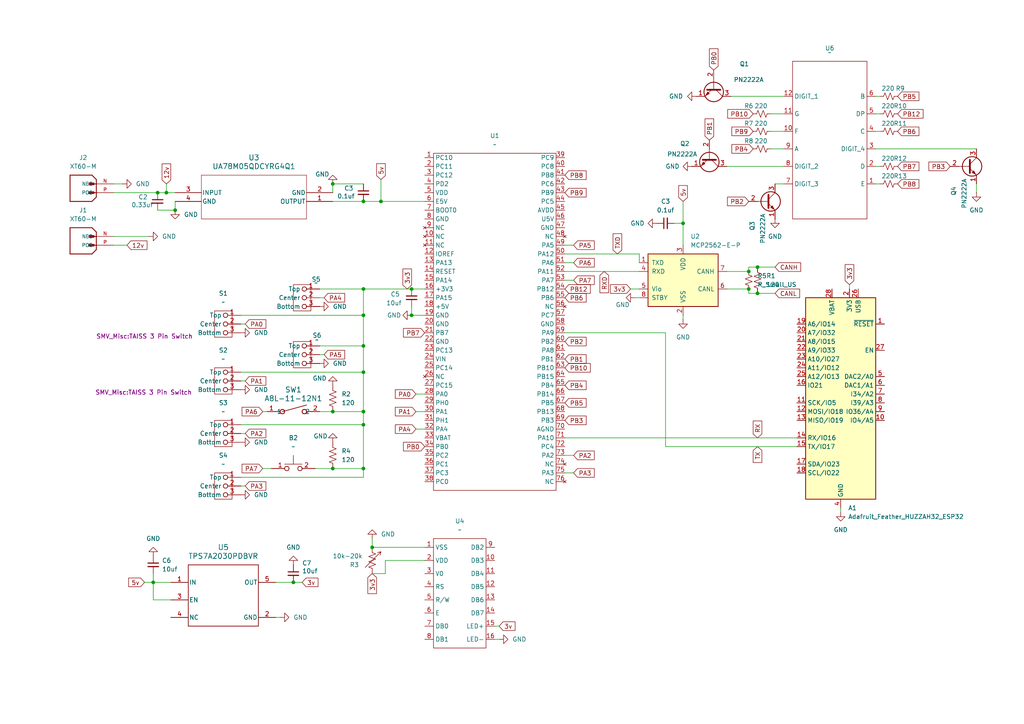
<source format=kicad_sch>
(kicad_sch (version 20250114) (generator "eeschema") (generator_version "9.0")
  (paper "A4")
  (lib_symbols
    (symbol "Device:C_Small" (pin_numbers (hide yes)) (pin_names (offset 0.254) (hide yes))
      (property "Reference" "C" (at 0.254 1.778 0))
      (property "Value" "C_Small" (at 0.254 -2.032 0))
      (symbol "C_Small_0_1"
        (polyline (pts (xy -1.524 0.508) (xy 1.524 0.508)) (stroke (width 0.3048)))
        (polyline (pts (xy -1.524 -0.508) (xy 1.524 -0.508)) (stroke (width 0.3302)))
      )
      (symbol "C_Small_1_1"
        (pin passive line (at 0 2.54 270) (length 2.032) (name "~") (number "1"))
        (pin passive line (at 0 -2.54 90) (length 2.032) (name "~") (number "2"))
      )
    )
    (symbol "Device:R_Small_US" (pin_numbers (hide yes)) (pin_names (offset 0.254) (hide yes))
      (property "Reference" "R" (at 0.762 0.508 0))
      (property "Value" "R_Small_US" (at 0.762 -1.016 0))
      (symbol "R_Small_US_1_1"
        (polyline (pts (xy 0 1.524) (xy 1.016 1.143) (xy 0 0.762) (xy -1.016 0.381) (xy 0 0)))
        (polyline (pts (xy 0 0) (xy 1.016 -0.381) (xy 0 -0.762) (xy -1.016 -1.143) (xy 0 -1.524)))
        (pin passive line (at 0 2.54 270) (length 1.016) (name "~") (number "1"))
        (pin passive line (at 0 -2.54 90) (length 1.016) (name "~") (number "2"))
      )
    )
    (symbol "Device:R_US" (pin_numbers (hide yes)) (pin_names (offset 0))
      (property "Reference" "R" (at 2.54 0 90))
      (property "Value" "R_US" (at -2.54 0 90))
      (symbol "R_US_0_1"
        (polyline (pts (xy 0 2.286) (xy 0 2.54)))
        (polyline (pts (xy 0 2.286) (xy 1.016 1.905) (xy 0 1.524) (xy -1.016 1.143) (xy 0 0.762)))
        (polyline (pts (xy 0 0.762) (xy 1.016 0.381) (xy 0 0) (xy -1.016 -0.381) (xy 0 -0.762)))
        (polyline (pts (xy 0 -0.762) (xy 1.016 -1.143) (xy 0 -1.524) (xy -1.016 -1.905) (xy 0 -2.286)))
        (polyline (pts (xy 0 -2.286) (xy 0 -2.54)))
      )
      (symbol "R_US_1_1"
        (pin passive line (at 0 3.81 270) (length 1.27) (name "~") (number "1"))
        (pin passive line (at 0 -3.81 90) (length 1.27) (name "~") (number "2"))
      )
    )
    (symbol "Device:R_Variable_US" (pin_numbers (hide yes)) (pin_names (offset 0))
      (property "Reference" "R" (at 2.54 -2.54 90))
      (property "Value" "R_Variable_US" (at -2.54 -1.27 90))
      (symbol "R_Variable_US_0_1"
        (polyline (pts (xy 0 2.286) (xy 0 2.54)))
        (polyline (pts (xy 0 2.286) (xy 1.016 1.905) (xy 0 1.524) (xy -1.016 1.143) (xy 0 0.762)) (stroke (width 0.1524)))
        (polyline (pts (xy 0 0.762) (xy 1.016 0.381) (xy 0 0) (xy -1.016 -0.381) (xy 0 -0.762)))
        (polyline (pts (xy 0 -0.762) (xy 1.016 -1.143) (xy 0 -1.524) (xy -1.016 -1.905) (xy 0 -2.286)))
        (polyline (pts (xy 0 -2.286) (xy 0 -2.54)))
        (polyline (pts (xy 2.286 1.524) (xy 2.54 2.54) (xy 1.524 2.286) (xy 2.54 2.54) (xy -2.032 -2.032)) (stroke (width 0.1524)))
      )
      (symbol "R_Variable_US_1_1"
        (pin passive line (at 0 3.81 270) (length 1.27) (name "~") (number "1"))
        (pin passive line (at 0 -3.81 90) (length 1.27) (name "~") (number "2"))
      )
    )
    (symbol "Interface_CAN_LIN:MCP2562-E-P" (pin_names (offset 1.016))
      (property "Reference" "U" (at -10.16 8.89 0))
      (property "Value" "MCP2562-E-P" (at 2.54 8.89 0))
      (symbol "MCP2562-E-P_0_1"
        (rectangle (start -10.16 7.62) (end 10.16 -7.62) (stroke (width 0.254)) (fill (type background)))
      )
      (symbol "MCP2562-E-P_1_1"
        (pin input line (at -12.7 5.08 0) (length 2.54) (name "TXD") (number "1"))
        (pin output line (at -12.7 2.54 0) (length 2.54) (name "RXD") (number "4"))
        (pin power_in line (at -12.7 -2.54 0) (length 2.54) (name "Vio") (number "5"))
        (pin input line (at -12.7 -5.08 0) (length 2.54) (name "STBY") (number "8"))
        (pin power_in line (at 0 10.16 270) (length 2.54) (name "VDD") (number "3"))
        (pin power_in line (at 0 -10.16 90) (length 2.54) (name "VSS") (number "2"))
        (pin bidirectional line (at 12.7 2.54 180) (length 2.54) (name "CANH") (number "7"))
        (pin bidirectional line (at 12.7 -2.54 180) (length 2.54) (name "CANL") (number "6"))
      )
    )
    (symbol "MCU_Module:Adafruit_Feather_HUZZAH32_ESP32"
      (property "Reference" "A" (at -10.16 29.21 0))
      (property "Value" "Adafruit_Feather_HUZZAH32_ESP32" (at 2.54 -31.75 0))
      (symbol "Adafruit_Feather_HUZZAH32_ESP32_0_1"
        (rectangle (start -10.16 27.94) (end 10.16 -30.48) (stroke (width 0.254)) (fill (type background)))
      )
      (symbol "Adafruit_Feather_HUZZAH32_ESP32_1_1"
        (pin bidirectional line (at -12.7 20.32 0) (length 2.54) (name "A6/IO14") (number "19"))
        (pin bidirectional line (at -12.7 17.78 0) (length 2.54) (name "A7/IO32") (number "20"))
        (pin bidirectional line (at -12.7 15.24 0) (length 2.54) (name "A8/IO15") (number "21"))
        (pin bidirectional line (at -12.7 12.7 0) (length 2.54) (name "A9/IO33") (number "22"))
        (pin bidirectional line (at -12.7 10.16 0) (length 2.54) (name "A10/IO27") (number "23"))
        (pin bidirectional line (at -12.7 7.62 0) (length 2.54) (name "A11/IO12") (number "24"))
        (pin bidirectional line (at -12.7 5.08 0) (length 2.54) (name "A12/IO13") (number "25"))
        (pin bidirectional line (at -12.7 2.54 0) (length 2.54) (name "IO21") (number "16"))
        (pin bidirectional line (at -12.7 -2.54 0) (length 2.54) (name "SCK/IO5") (number "11"))
        (pin bidirectional line (at -12.7 -5.08 0) (length 2.54) (name "MOSI/IO18") (number "12"))
        (pin bidirectional line (at -12.7 -7.62 0) (length 2.54) (name "MISO/IO19") (number "13"))
        (pin bidirectional line (at -12.7 -12.7 0) (length 2.54) (name "RX/IO16") (number "14"))
        (pin bidirectional line (at -12.7 -15.24 0) (length 2.54) (name "TX/IO17") (number "15"))
        (pin bidirectional line (at -12.7 -20.32 0) (length 2.54) (name "SDA/IO23") (number "17"))
        (pin bidirectional line (at -12.7 -22.86 0) (length 2.54) (name "SCL/IO22") (number "18"))
        (pin power_in line (at -2.54 30.48 270) (length 2.54) (name "VBAT") (number "28"))
        (pin power_in line (at 0 -33.02 90) (length 2.54) (name "GND") (number "4"))
        (pin power_in line (at 2.54 30.48 270) (length 2.54) (name "3V3") (number "2"))
        (pin power_in line (at 5.08 30.48 270) (length 2.54) (name "USB") (number "26"))
        (pin no_connect line (at 10.16 10.16 180) (length 2.54) (hide yes) (name "NC") (number "3"))
        (pin input line (at 12.7 20.32 180) (length 2.54) (name "~{RESET}") (number "1"))
        (pin input line (at 12.7 12.7 180) (length 2.54) (name "EN") (number "27"))
        (pin bidirectional line (at 12.7 5.08 180) (length 2.54) (name "DAC2/A0") (number "5"))
        (pin bidirectional line (at 12.7 2.54 180) (length 2.54) (name "DAC1/A1") (number "6"))
        (pin bidirectional line (at 12.7 0 180) (length 2.54) (name "I34/A2") (number "7"))
        (pin bidirectional line (at 12.7 -2.54 180) (length 2.54) (name "I39/A3") (number "8"))
        (pin bidirectional line (at 12.7 -5.08 180) (length 2.54) (name "IO36/A4") (number "9"))
        (pin bidirectional line (at 12.7 -7.62 180) (length 2.54) (name "IO4/A5") (number "10"))
      )
    )
    (symbol "SMV_Custom:A8L-11-12N1" (pin_names (offset 0.254))
      (property "Reference" "SW" (at 7.62 3.81 0))
      (property "Value" "A8L-11-12N1" (at 0 0 0))
      (symbol "A8L-11-12N1_0_1"
        (polyline (pts (xy 2.54 0) (xy 3.81 0)) (stroke (width 0.2032)))
        (polyline (pts (xy 4.445 0) (xy 11.43 1.905)) (stroke (width 0.2032)))
        (circle (center 4.445 0) (radius 0.635) (stroke (width 0.254)))
        (circle (center 10.795 0) (radius 0.635) (stroke (width 0.254)))
        (polyline (pts (xy 12.7 0) (xy 11.43 0)) (stroke (width 0.2032)))
        (pin passive line (at 0 0 0) (length 2.54) (name "1") (number "1"))
      )
      (symbol "A8L-11-12N1_1_1"
        (pin passive line (at 15.24 0 180) (length 2.54) (name "2") (number "2"))
      )
    )
    (symbol "SMV_Custom:NHD-0420AZ-FSW-GBW-33V3"
      (property "Reference" "U" (at 0 0 0))
      (symbol "NHD-0420AZ-FSW-GBW-33V3_0_1"
        (rectangle (start -7.62 -1.27) (end 7.62 -33.02))
      )
      (symbol "NHD-0420AZ-FSW-GBW-33V3_1_1"
        (pin input line (at -10.16 -3.81 0) (length 2.54) (name "VSS") (number "1"))
        (pin input line (at -10.16 -7.62 0) (length 2.54) (name "VDD") (number "2"))
        (pin input line (at -10.16 -11.43 0) (length 2.54) (name "V0") (number "3"))
        (pin input line (at -10.16 -15.24 0) (length 2.54) (name "RS") (number "4"))
        (pin input line (at -10.16 -19.05 0) (length 2.54) (name "R/W") (number "5"))
        (pin input line (at -10.16 -22.86 0) (length 2.54) (name "E") (number "6"))
        (pin input line (at -10.16 -26.67 0) (length 2.54) (name "DB0") (number "7"))
        (pin input line (at -10.16 -30.48 0) (length 2.54) (name "DB1") (number "8"))
        (pin input line (at 10.16 -3.81 180) (length 2.54) (name "DB2") (number "9"))
        (pin input line (at 10.16 -7.62 180) (length 2.54) (name "DB3") (number "10"))
        (pin input line (at 10.16 -11.43 180) (length 2.54) (name "DB4") (number "11"))
        (pin input line (at 10.16 -15.24 180) (length 2.54) (name "DB5") (number "12"))
        (pin input line (at 10.16 -19.05 180) (length 2.54) (name "DB6") (number "13"))
        (pin input line (at 10.16 -22.86 180) (length 2.54) (name "DB7") (number "14"))
        (pin input line (at 10.16 -26.67 180) (length 2.54) (name "LED+") (number "15"))
        (pin input line (at 10.16 -30.48 180) (length 2.54) (name "LED-") (number "16"))
      )
    )
    (symbol "SMV_Custom:STM32_Nucleo_F446RE"
      (property "Reference" "U" (at 0 0 0))
      (symbol "STM32_Nucleo_F446RE_0_1"
        (rectangle (start -17.78 -1.27) (end 17.78 -99.06))
      )
      (symbol "STM32_Nucleo_F446RE_1_1"
        (pin bidirectional line (at -20.32 -2.54 0) (length 2.54) (name "PC10") (number "1"))
        (pin bidirectional line (at -20.32 -5.08 0) (length 2.54) (name "PC11") (number "2"))
        (pin bidirectional line (at -20.32 -7.62 0) (length 2.54) (name "PC12") (number "3"))
        (pin bidirectional line (at -20.32 -10.16 0) (length 2.54) (name "PD2") (number "4"))
        (pin power_in line (at -20.32 -12.7 0) (length 2.54) (name "VDD") (number "5"))
        (pin power_in line (at -20.32 -15.24 0) (length 2.54) (name "E5V") (number "6"))
        (pin input line (at -20.32 -17.78 0) (length 2.54) (name "BOOT0") (number "7"))
        (pin power_in line (at -20.32 -20.32 0) (length 2.54) (name "GND") (number "8"))
        (pin no_connect line (at -20.32 -22.86 0) (length 2.54) (name "NC") (number "9"))
        (pin no_connect line (at -20.32 -25.4 0) (length 2.54) (name "NC") (number "10"))
        (pin no_connect line (at -20.32 -27.94 0) (length 2.54) (name "NC") (number "11"))
        (pin input line (at -20.32 -30.48 0) (length 2.54) (name "IOREF") (number "12"))
        (pin bidirectional line (at -20.32 -33.02 0) (length 2.54) (name "PA13") (number "13"))
        (pin input line (at -20.32 -35.56 0) (length 2.54) (name "RESET") (number "14"))
        (pin bidirectional line (at -20.32 -38.1 0) (length 2.54) (name "PA14") (number "15"))
        (pin power_in line (at -20.32 -40.64 0) (length 2.54) (name "+3V3") (number "16"))
        (pin bidirectional line (at -20.32 -43.18 0) (length 2.54) (name "PA15") (number "17"))
        (pin power_in line (at -20.32 -45.72 0) (length 2.54) (name "+5V") (number "18"))
        (pin power_in line (at -20.32 -48.26 0) (length 2.54) (name "GND") (number "19"))
        (pin power_in line (at -20.32 -50.8 0) (length 2.54) (name "GND") (number "20"))
        (pin bidirectional line (at -20.32 -53.34 0) (length 2.54) (name "PB7") (number "21"))
        (pin power_in line (at -20.32 -55.88 0) (length 2.54) (name "GND") (number "22"))
        (pin bidirectional line (at -20.32 -58.42 0) (length 2.54) (name "PC13") (number "23"))
        (pin power_in line (at -20.32 -60.96 0) (length 2.54) (name "VIN") (number "24"))
        (pin bidirectional line (at -20.32 -63.5 0) (length 2.54) (name "PC14") (number "25"))
        (pin no_connect line (at -20.32 -66.04 0) (length 2.54) (name "NC") (number "26"))
        (pin bidirectional line (at -20.32 -68.58 0) (length 2.54) (name "PC15") (number "27"))
        (pin bidirectional line (at -20.32 -71.12 0) (length 2.54) (name "PA0") (number "28"))
        (pin bidirectional line (at -20.32 -73.66 0) (length 2.54) (name "PH0") (number "29"))
        (pin bidirectional line (at -20.32 -76.2 0) (length 2.54) (name "PA1") (number "30"))
        (pin bidirectional line (at -20.32 -78.74 0) (length 2.54) (name "PH1") (number "31"))
        (pin bidirectional line (at -20.32 -81.28 0) (length 2.54) (name "PA4") (number "32"))
        (pin power_in line (at -20.32 -83.82 0) (length 2.54) (name "VBAT") (number "33"))
        (pin bidirectional line (at -20.32 -86.36 0) (length 2.54) (name "PB0") (number "34"))
        (pin bidirectional line (at -20.32 -88.9 0) (length 2.54) (name "PC2") (number "35"))
        (pin bidirectional line (at -20.32 -91.44 0) (length 2.54) (name "PC1") (number "36"))
        (pin bidirectional line (at -20.32 -93.98 0) (length 2.54) (name "PC3") (number "37"))
        (pin bidirectional line (at -20.32 -96.52 0) (length 2.54) (name "PC0") (number "38"))
        (pin bidirectional line (at 20.32 -2.54 180) (length 2.54) (name "PC9") (number "39"))
        (pin bidirectional line (at 20.32 -5.08 180) (length 2.54) (name "PC8") (number "40"))
        (pin bidirectional line (at 20.32 -7.62 180) (length 2.54) (name "PB8") (number "41"))
        (pin bidirectional line (at 20.32 -10.16 180) (length 2.54) (name "PC6") (number "42"))
        (pin bidirectional line (at 20.32 -12.7 180) (length 2.54) (name "PB9") (number "43"))
        (pin bidirectional line (at 20.32 -15.24 180) (length 2.54) (name "PC5") (number "44"))
        (pin power_in line (at 20.32 -17.78 180) (length 2.54) (name "AVDD") (number "45"))
        (pin power_in line (at 20.32 -20.32 180) (length 2.54) (name "U5V") (number "46"))
        (pin power_in line (at 20.32 -22.86 180) (length 2.54) (name "GND") (number "47"))
        (pin no_connect line (at 20.32 -25.4 180) (length 2.54) (name "NC") (number "48"))
        (pin bidirectional line (at 20.32 -27.94 180) (length 2.54) (name "PA5") (number "49"))
        (pin bidirectional line (at 20.32 -30.48 180) (length 2.54) (name "PA12") (number "50"))
        (pin bidirectional line (at 20.32 -33.02 180) (length 2.54) (name "PA6") (number "51"))
        (pin bidirectional line (at 20.32 -35.56 180) (length 2.54) (name "PA11") (number "52"))
        (pin bidirectional line (at 20.32 -38.1 180) (length 2.54) (name "PA7") (number "53"))
        (pin bidirectional line (at 20.32 -40.64 180) (length 2.54) (name "PB12") (number "54"))
        (pin bidirectional line (at 20.32 -43.18 180) (length 2.54) (name "PB6") (number "55"))
        (pin no_connect line (at 20.32 -45.72 180) (length 2.54) (name "NC") (number "56"))
        (pin bidirectional line (at 20.32 -48.26 180) (length 2.54) (name "PC7") (number "57"))
        (pin power_in line (at 20.32 -50.8 180) (length 2.54) (name "GND") (number "58"))
        (pin bidirectional line (at 20.32 -53.34 180) (length 2.54) (name "PA9") (number "59"))
        (pin bidirectional line (at 20.32 -55.88 180) (length 2.54) (name "PB2") (number "60"))
        (pin bidirectional line (at 20.32 -58.42 180) (length 2.54) (name "PA8") (number "61"))
        (pin bidirectional line (at 20.32 -60.96 180) (length 2.54) (name "PB1") (number "62"))
        (pin bidirectional line (at 20.32 -63.5 180) (length 2.54) (name "PB10") (number "63"))
        (pin bidirectional line (at 20.32 -66.04 180) (length 2.54) (name "PB15") (number "64"))
        (pin bidirectional line (at 20.32 -68.58 180) (length 2.54) (name "PB4") (number "65"))
        (pin bidirectional line (at 20.32 -71.12 180) (length 2.54) (name "PB14") (number "66"))
        (pin bidirectional line (at 20.32 -73.66 180) (length 2.54) (name "PB5") (number "67"))
        (pin bidirectional line (at 20.32 -76.2 180) (length 2.54) (name "PB13") (number "68"))
        (pin bidirectional line (at 20.32 -78.74 180) (length 2.54) (name "PB3") (number "69"))
        (pin power_in line (at 20.32 -81.28 180) (length 2.54) (name "AGND") (number "70"))
        (pin bidirectional line (at 20.32 -83.82 180) (length 2.54) (name "PA10") (number "71"))
        (pin bidirectional line (at 20.32 -86.36 180) (length 2.54) (name "PC4") (number "72"))
        (pin bidirectional line (at 20.32 -88.9 180) (length 2.54) (name "PA2") (number "73"))
        (pin no_connect line (at 20.32 -91.44 180) (length 2.54) (name "NC") (number "74"))
        (pin bidirectional line (at 20.32 -93.98 180) (length 2.54) (name "PA3") (number "75"))
        (pin no_connect line (at 20.32 -96.52 180) (length 2.54) (name "NC") (number "76"))
      )
    )
    (symbol "SMV_Custom:Seven_Seg_Display"
      (property "Reference" "U" (at 0 9.398 0))
      (symbol "Seven_Seg_Display_0_1"
        (rectangle (start -22.86 0) (end 22.86 -21.59))
      )
      (symbol "Seven_Seg_Display_1_1"
        (pin input line (at -12.7 2.54 270) (length 2.54) (name "DIGIT_3") (number "7"))
        (pin input line (at -12.7 -24.13 90) (length 2.54) (name "E") (number "1"))
        (pin input line (at -7.62 2.54 270) (length 2.54) (name "DIGIT_2") (number "8"))
        (pin input line (at -7.62 -24.13 90) (length 2.54) (name "D") (number "2"))
        (pin input line (at -2.54 2.54 270) (length 2.54) (name "A") (number "9"))
        (pin input line (at -2.54 -24.13 90) (length 2.54) (name "DIGIT_4") (number "3"))
        (pin input line (at 2.54 2.54 270) (length 2.54) (name "F") (number "10"))
        (pin input line (at 2.54 -24.13 90) (length 2.54) (name "C") (number "4"))
        (pin input line (at 7.62 2.54 270) (length 2.54) (name "G") (number "11"))
        (pin input line (at 7.62 -24.13 90) (length 2.54) (name "DP") (number "5"))
        (pin input line (at 12.7 2.54 270) (length 2.54) (name "DIGIT_1") (number "12"))
        (pin input line (at 12.7 -24.13 90) (length 2.54) (name "B") (number "6"))
      )
    )
    (symbol "SMV_Custom:TAISS_3_Pin_Switch"
      (property "Reference" "S" (at 0 6.096 0))
      (symbol "TAISS_3_Pin_Switch_0_1"
        (rectangle (start -2.54 5.08) (end 2.54 -2.54))
      )
      (symbol "TAISS_3_Pin_Switch_1_0"
        (pin passive inverted (at 5.08 3.81 180) (length 5.08) (name "Top") (number "1"))
        (pin passive inverted (at 5.08 1.27 180) (length 5.08) (name "Center") (number "2"))
        (pin passive inverted (at 5.08 -1.27 180) (length 5.08) (name "Bottom") (number "3"))
      )
    )
    (symbol "SMV_Custom:TPS7A2030PDBVR" (pin_names (offset 0.254))
      (property "Reference" "U" (at 15.748 8.382 0))
      (property "Value" "TPS7A2030PDBVR" (at 4.318 8.382 0))
      (symbol "TPS7A2030PDBVR_0_1"
        (polyline (pts (xy 5.08 5.08) (xy 5.08 -12.7)) (stroke (width 0.2032)))
        (polyline (pts (xy 5.08 -12.7) (xy 25.4 -12.7)) (stroke (width 0.2032)))
        (polyline (pts (xy 25.4 5.08) (xy 5.08 5.08)) (stroke (width 0.2032)))
        (polyline (pts (xy 25.4 -12.7) (xy 25.4 5.08)) (stroke (width 0.2032)))
        (pin power_in line (at 0 0 0) (length 5.08) (name "IN") (number "1"))
        (pin input line (at 0 -5.08 0) (length 5.08) (name "EN") (number "3"))
        (pin unspecified line (at 0 -10.16 0) (length 5.08) (name "NC") (number "4"))
        (pin unspecified line (at 30.48 0 180) (length 5.08) (name "OUT") (number "5"))
        (pin power_in line (at 30.48 -10.16 180) (length 5.08) (name "GND") (number "2"))
      )
    )
    (symbol "SMV_Custom:Twidec_Button"
      (property "Reference" "B" (at 0 3.556 0))
      (symbol "Twidec_Button_0_1"
        (polyline (pts (xy -2.54 -1.27) (xy 2.54 -1.27)))
        (polyline (pts (xy 0 0) (xy 0 1.27)))
        (polyline (pts (xy 0 -1.27) (xy 0 0)))
      )
      (symbol "Twidec_Button_1_0"
        (pin passive inverted (at -6.35 -2.54 0) (length 5.08) (name "1") (number "1"))
        (pin passive inverted (at 6.35 -2.54 180) (length 5.08) (name "2") (number "2"))
      )
    )
    (symbol "SMV_Custom:UA78M05QDCYRG4Q1" (pin_names (offset 0.254))
      (property "Reference" "U" (at 22.86 10.16 0))
      (property "Value" "UA78M05QDCYRG4Q1" (at 24.13 7.62 0))
      (symbol "UA78M05QDCYRG4Q1_0_1"
        (polyline (pts (xy 7.62 5.08) (xy 7.62 -7.62)) (stroke (width 0.127)))
        (polyline (pts (xy 7.62 -7.62) (xy 38.1 -7.62)) (stroke (width 0.127)))
        (polyline (pts (xy 38.1 5.08) (xy 7.62 5.08)) (stroke (width 0.127)))
        (polyline (pts (xy 38.1 -7.62) (xy 38.1 5.08)) (stroke (width 0.127)))
        (pin output line (at 0 0 0) (length 7.62) (name "OUTPUT") (number "1"))
        (pin unspecified line (at 0 -2.54 0) (length 7.62) (name "GND") (number "2"))
        (pin input line (at 45.72 -2.54 180) (length 7.62) (name "INPUT") (number "3"))
      )
      (symbol "UA78M05QDCYRG4Q1_1_1"
        (pin unspecified line (at 45.72 0 180) (length 7.62) (name "GND") (number "4"))
      )
    )
    (symbol "SMV_Custom:XT60-M" (pin_names (offset 1.016))
      (property "Reference" "J" (at 0 6.35 0))
      (property "Value" "XT60-M" (at 0 -5.08 0))
      (symbol "XT60-M_0_0"
        (polyline (pts (xy 0 3.81) (xy 0 2.54)) (stroke (width 0.254)))
        (polyline (pts (xy 0 3.81) (xy 1.27 5.08)) (stroke (width 0.254)))
        (polyline (pts (xy 0 2.54) (xy 0 -1.27)) (stroke (width 0.254)))
        (polyline (pts (xy 0 2.54) (xy 1.905 2.54)) (stroke (width 0.254)))
        (polyline (pts (xy 0 0) (xy 1.905 0)) (stroke (width 0.254)))
        (polyline (pts (xy 0 -1.27) (xy 1.27 -2.54)) (stroke (width 0.254)))
        (rectangle (start 0.635 2.2225) (end 2.2225 2.8575) (stroke (width 0.1)) (fill (type outline)))
        (rectangle (start 0.635 -0.3175) (end 2.2225 0.3175) (stroke (width 0.1)) (fill (type outline)))
        (polyline (pts (xy 1.27 -2.54) (xy 7.62 -2.54)) (stroke (width 0.254)))
        (polyline (pts (xy 7.62 5.08) (xy 1.27 5.08)) (stroke (width 0.254)))
        (polyline (pts (xy 7.62 -2.54) (xy 7.62 5.08)) (stroke (width 0.254)))
        (pin passive line (at -5.08 2.54 0) (length 5.08) (name "POS") (number "P"))
        (pin passive line (at -5.08 0 0) (length 5.08) (name "NEG") (number "N"))
      )
    )
    (symbol "Transistor_BJT:PN2222A" (pin_names (offset 0) (hide yes))
      (property "Reference" "Q" (at 5.08 1.905 0))
      (property "Value" "PN2222A" (at 5.08 0 0))
      (symbol "PN2222A_0_1"
        (polyline (pts (xy -2.54 0) (xy 0.635 0)))
        (polyline (pts (xy 0.635 1.905) (xy 0.635 -1.905)) (stroke (width 0.508)))
        (circle (center 1.27 0) (radius 2.8194) (stroke (width 0.254)))
      )
      (symbol "PN2222A_1_1"
        (polyline (pts (xy 0.635 0.635) (xy 2.54 2.54)))
        (polyline (pts (xy 0.635 -0.635) (xy 2.54 -2.54)))
        (polyline (pts (xy 1.27 -1.778) (xy 1.778 -1.27) (xy 2.286 -2.286) (xy 1.27 -1.778)) (fill (type outline)))
        (pin input line (at -5.08 0 0) (length 2.54) (name "B") (number "2"))
        (pin passive line (at 2.54 5.08 270) (length 2.54) (name "C") (number "3"))
        (pin passive line (at 2.54 -5.08 90) (length 2.54) (name "E") (number "1"))
      )
    )
    (symbol "power:GND" (power) (pin_numbers (hide yes)) (pin_names (offset 0) (hide yes))
      (property "Value" "GND" (at 0 -3.81 0))
      (symbol "GND_0_1"
        (polyline (pts (xy 0 0) (xy 0 -1.27) (xy 1.27 -1.27) (xy 0 -2.54) (xy -1.27 -1.27) (xy 0 -1.27)))
      )
      (symbol "GND_1_1"
        (pin power_in line (at 0 0 270) (length 0) (name "~") (number "1"))
      )
    )
  )
  (junction (at 96.52 119.38))
  (junction (at 198.12 64.77))
  (junction (at 96.52 53.34))
  (junction (at 105.41 58.42))
  (junction (at 219.71 77.47))
  (junction (at 45.72 55.88))
  (junction (at 107.95 158.75))
  (junction (at 105.41 83.82))
  (junction (at 44.45 168.91))
  (junction (at 85.09 168.91))
  (junction (at 105.41 107.95))
  (junction (at 219.71 85.09))
  (junction (at 50.8 60.96))
  (junction (at 105.41 123.19))
  (junction (at 105.41 119.38))
  (junction (at 119.38 83.82))
  (junction (at 217.17 83.82))
  (junction (at 105.41 100.33))
  (junction (at 105.41 91.44))
  (junction (at 119.38 91.44))
  (junction (at 105.41 135.89))
  (junction (at 48.26 55.88))
  (junction (at 110.49 58.42))
  (junction (at 217.17 78.74))
  (junction (at 96.52 135.89))
  (wire (pts (xy 217.17 78.74) (xy 210.82 78.74)))
  (wire (pts (xy 96.52 119.38) (xy 105.41 119.38)))
  (wire (pts (xy 219.71 85.09) (xy 224.79 85.09)))
  (wire (pts (xy 219.71 77.47) (xy 224.79 77.47)))
  (wire (pts (xy 96.52 135.89) (xy 105.41 135.89)))
  (wire (pts (xy 210.82 48.26) (xy 227.33 48.26)))
  (wire (pts (xy 120.65 124.46) (xy 123.19 124.46)))
  (wire (pts (xy 163.83 127) (xy 231.14 127)))
  (wire (pts (xy 105.41 83.82) (xy 105.41 91.44)))
  (wire (pts (xy 193.04 129.54) (xy 231.14 129.54)))
  (wire (pts (xy 71.12 125.73) (xy 69.85 125.73)))
  (wire (pts (xy 217.17 85.09) (xy 217.17 83.82)))
  (wire (pts (xy 163.83 78.74) (xy 185.42 78.74)))
  (wire (pts (xy 120.65 114.3) (xy 123.19 114.3)))
  (wire (pts (xy 69.85 91.44) (xy 105.41 91.44)))
  (wire (pts (xy 254 27.94) (xy 255.27 27.94)))
  (wire (pts (xy 243.84 148.59) (xy 243.84 147.32)))
  (wire (pts (xy 33.02 55.88) (xy 45.72 55.88)))
  (wire (pts (xy 166.37 71.12) (xy 163.83 71.12)))
  (wire (pts (xy 48.26 53.34) (xy 48.26 55.88)))
  (wire (pts (xy 163.83 96.52) (xy 193.04 96.52)))
  (wire (pts (xy 105.41 58.42) (xy 110.49 58.42)))
  (wire (pts (xy 96.52 53.34) (xy 105.41 53.34)))
  (wire (pts (xy 254 38.1) (xy 255.27 38.1)))
  (wire (pts (xy 96.52 53.34) (xy 96.52 55.88)))
  (wire (pts (xy 105.41 91.44) (xy 105.41 100.33)))
  (wire (pts (xy 283.21 53.34) (xy 283.21 55.88)))
  (wire (pts (xy 195.58 64.77) (xy 198.12 64.77)))
  (wire (pts (xy 166.37 132.08) (xy 163.83 132.08)))
  (wire (pts (xy 217.17 85.09) (xy 219.71 85.09)))
  (wire (pts (xy 85.09 168.91) (xy 80.01 168.91)))
  (wire (pts (xy 44.45 168.91) (xy 44.45 173.99)))
  (wire (pts (xy 198.12 58.42) (xy 198.12 64.77)))
  (wire (pts (xy 71.12 140.97) (xy 69.85 140.97)))
  (wire (pts (xy 93.98 102.87) (xy 92.71 102.87)))
  (wire (pts (xy 163.83 73.66) (xy 185.42 73.66)))
  (wire (pts (xy 111.76 162.56) (xy 123.19 162.56)))
  (wire (pts (xy 110.49 52.07) (xy 110.49 58.42)))
  (wire (pts (xy 69.85 123.19) (xy 105.41 123.19)))
  (wire (pts (xy 198.12 64.77) (xy 198.12 71.12)))
  (wire (pts (xy 217.17 77.47) (xy 219.71 77.47)))
  (wire (pts (xy 69.85 107.95) (xy 105.41 107.95)))
  (wire (pts (xy 76.2 119.38) (xy 77.47 119.38)))
  (wire (pts (xy 182.88 83.82) (xy 185.42 83.82)))
  (wire (pts (xy 44.45 173.99) (xy 49.53 173.99)))
  (wire (pts (xy 91.44 135.89) (xy 96.52 135.89)))
  (wire (pts (xy 217.17 83.82) (xy 210.82 83.82)))
  (wire (pts (xy 166.37 81.28) (xy 163.83 81.28)))
  (wire (pts (xy 105.41 83.82) (xy 119.38 83.82)))
  (wire (pts (xy 105.41 135.89) (xy 105.41 138.43)))
  (wire (pts (xy 107.95 166.37) (xy 111.76 166.37)))
  (wire (pts (xy 198.12 92.71) (xy 198.12 91.44)))
  (wire (pts (xy 105.41 123.19) (xy 105.41 135.89)))
  (wire (pts (xy 107.95 156.21) (xy 107.95 158.75)))
  (wire (pts (xy 119.38 83.82) (xy 123.19 83.82)))
  (wire (pts (xy 185.42 73.66) (xy 185.42 76.2)))
  (wire (pts (xy 223.52 33.02) (xy 227.33 33.02)))
  (wire (pts (xy 71.12 93.98) (xy 69.85 93.98)))
  (wire (pts (xy 119.38 91.44) (xy 119.38 88.9)))
  (wire (pts (xy 41.91 168.91) (xy 44.45 168.91)))
  (wire (pts (xy 44.45 166.37) (xy 44.45 168.91)))
  (wire (pts (xy 223.52 38.1) (xy 227.33 38.1)))
  (wire (pts (xy 166.37 76.2) (xy 163.83 76.2)))
  (wire (pts (xy 93.98 86.36) (xy 92.71 86.36)))
  (wire (pts (xy 81.28 179.07) (xy 80.01 179.07)))
  (wire (pts (xy 224.79 53.34) (xy 227.33 53.34)))
  (wire (pts (xy 184.15 86.36) (xy 185.42 86.36)))
  (wire (pts (xy 92.71 119.38) (xy 96.52 119.38)))
  (wire (pts (xy 105.41 107.95) (xy 105.41 119.38)))
  (wire (pts (xy 144.78 185.42) (xy 143.51 185.42)))
  (wire (pts (xy 76.2 135.89) (xy 78.74 135.89)))
  (wire (pts (xy 110.49 58.42) (xy 123.19 58.42)))
  (wire (pts (xy 217.17 77.47) (xy 217.17 78.74)))
  (wire (pts (xy 254 33.02) (xy 255.27 33.02)))
  (wire (pts (xy 45.72 60.96) (xy 50.8 60.96)))
  (wire (pts (xy 107.95 158.75) (xy 123.19 158.75)))
  (wire (pts (xy 50.8 58.42) (xy 50.8 60.96)))
  (wire (pts (xy 71.12 110.49) (xy 69.85 110.49)))
  (wire (pts (xy 43.18 68.58) (xy 33.02 68.58)))
  (wire (pts (xy 144.78 181.61) (xy 143.51 181.61)))
  (wire (pts (xy 92.71 100.33) (xy 105.41 100.33)))
  (wire (pts (xy 223.52 43.18) (xy 227.33 43.18)))
  (wire (pts (xy 120.65 119.38) (xy 123.19 119.38)))
  (wire (pts (xy 246.38 82.55) (xy 246.38 83.82)))
  (wire (pts (xy 92.71 83.82) (xy 105.41 83.82)))
  (wire (pts (xy 96.52 58.42) (xy 105.41 58.42)))
  (wire (pts (xy 166.37 137.16) (xy 163.83 137.16)))
  (wire (pts (xy 254 43.18) (xy 283.21 43.18)))
  (wire (pts (xy 69.85 138.43) (xy 105.41 138.43)))
  (wire (pts (xy 49.53 168.91) (xy 44.45 168.91)))
  (wire (pts (xy 105.41 119.38) (xy 105.41 123.19)))
  (wire (pts (xy 87.63 168.91) (xy 85.09 168.91)))
  (wire (pts (xy 48.26 55.88) (xy 50.8 55.88)))
  (wire (pts (xy 105.41 100.33) (xy 105.41 107.95)))
  (wire (pts (xy 254 48.26) (xy 255.27 48.26)))
  (wire (pts (xy 254 53.34) (xy 255.27 53.34)))
  (wire (pts (xy 193.04 96.52) (xy 193.04 129.54)))
  (wire (pts (xy 119.38 91.44) (xy 123.19 91.44)))
  (wire (pts (xy 212.09 27.94) (xy 227.33 27.94)))
  (wire (pts (xy 35.56 53.34) (xy 33.02 53.34)))
  (wire (pts (xy 111.76 166.37) (xy 111.76 162.56)))
  (wire (pts (xy 36.83 71.12) (xy 33.02 71.12)))
  (wire (pts (xy 45.72 55.88) (xy 48.26 55.88)))
  (global_label "PA3" (shape input) (at 71.12 140.97 0) (property "Intersheetrefs" "${INTERSHEET_REFS}" (effects (hide yes))))
  (global_label "PA5" (shape input) (at 166.37 71.12 0) (property "Intersheetrefs" "${INTERSHEET_REFS}" (effects (hide yes))))
  (global_label "3v" (shape input) (at 144.78 181.61 0) (property "Intersheetrefs" "${INTERSHEET_REFS}" (effects (hide yes))))
  (global_label "PA4" (shape input) (at 120.65 124.46 180) (property "Intersheetrefs" "${INTERSHEET_REFS}" (effects (hide yes))))
  (global_label "RX" (shape input) (at 219.71 127 90) (property "Intersheetrefs" "${INTERSHEET_REFS}" (effects (hide yes))))
  (global_label "PA5" (shape input) (at 93.98 102.87 0) (property "Intersheetrefs" "${INTERSHEET_REFS}" (effects (hide yes))))
  (global_label "PB7" (shape input) (at 123.19 96.52 180) (property "Intersheetrefs" "${INTERSHEET_REFS}" (effects (hide yes))))
  (global_label "PA2" (shape input) (at 166.37 132.08 0) (property "Intersheetrefs" "${INTERSHEET_REFS}" (effects (hide yes))))
  (global_label "5v" (shape input) (at 41.91 168.91 180) (property "Intersheetrefs" "${INTERSHEET_REFS}" (effects (hide yes))))
  (global_label "PA6" (shape input) (at 166.37 76.2 0) (property "Intersheetrefs" "${INTERSHEET_REFS}" (effects (hide yes))))
  (global_label "PA7" (shape input) (at 166.37 81.28 0) (property "Intersheetrefs" "${INTERSHEET_REFS}" (effects (hide yes))))
  (global_label "PB9" (shape input) (at 218.44 38.1 180) (property "Intersheetrefs" "${INTERSHEET_REFS}" (effects (hide yes))))
  (global_label "PA4" (shape input) (at 93.98 86.36 0) (property "Intersheetrefs" "${INTERSHEET_REFS}" (effects (hide yes))))
  (global_label "PB1" (shape input) (at 163.83 104.14 0) (property "Intersheetrefs" "${INTERSHEET_REFS}" (effects (hide yes))))
  (global_label "5v" (shape input) (at 110.49 52.07 90) (property "Intersheetrefs" "${INTERSHEET_REFS}" (effects (hide yes))))
  (global_label "3v3" (shape input) (at 246.38 82.55 90) (property "Intersheetrefs" "${INTERSHEET_REFS}" (effects (hide yes))))
  (global_label "TXD" (shape input) (at 179.07 73.66 90) (property "Intersheetrefs" "${INTERSHEET_REFS}" (effects (hide yes))))
  (global_label "PA1" (shape input) (at 120.65 119.38 180) (property "Intersheetrefs" "${INTERSHEET_REFS}" (effects (hide yes))))
  (global_label "CANL" (shape input) (at 224.79 85.09 0) (property "Intersheetrefs" "${INTERSHEET_REFS}" (effects (hide yes))))
  (global_label "PB10" (shape input) (at 218.44 33.02 180) (property "Intersheetrefs" "${INTERSHEET_REFS}" (effects (hide yes))))
  (global_label "PB1" (shape input) (at 205.74 40.64 90) (property "Intersheetrefs" "${INTERSHEET_REFS}" (effects (hide yes))))
  (global_label "PA3" (shape input) (at 166.37 137.16 0) (property "Intersheetrefs" "${INTERSHEET_REFS}" (effects (hide yes))))
  (global_label "PB7" (shape input) (at 260.35 48.26 0) (property "Intersheetrefs" "${INTERSHEET_REFS}" (effects (hide yes))))
  (global_label "PB10" (shape input) (at 163.83 106.68 0) (property "Intersheetrefs" "${INTERSHEET_REFS}" (effects (hide yes))))
  (global_label "PB3" (shape input) (at 163.83 121.92 0) (property "Intersheetrefs" "${INTERSHEET_REFS}" (effects (hide yes))))
  (global_label "PB4" (shape input) (at 218.44 43.18 180) (property "Intersheetrefs" "${INTERSHEET_REFS}" (effects (hide yes))))
  (global_label "PA6" (shape input) (at 76.2 119.38 180) (property "Intersheetrefs" "${INTERSHEET_REFS}" (effects (hide yes))))
  (global_label "PA0" (shape input) (at 71.12 93.98 0) (property "Intersheetrefs" "${INTERSHEET_REFS}" (effects (hide yes))))
  (global_label "PB2" (shape input) (at 217.17 58.42 180) (property "Intersheetrefs" "${INTERSHEET_REFS}" (effects (hide yes))))
  (global_label "3v3" (shape input) (at 118.11 83.82 90) (property "Intersheetrefs" "${INTERSHEET_REFS}" (effects (hide yes))))
  (global_label "PB4" (shape input) (at 163.83 111.76 0) (property "Intersheetrefs" "${INTERSHEET_REFS}" (effects (hide yes))))
  (global_label "PB2" (shape input) (at 163.83 99.06 0) (property "Intersheetrefs" "${INTERSHEET_REFS}" (effects (hide yes))))
  (global_label "RXD" (shape input) (at 175.26 78.74 270) (property "Intersheetrefs" "${INTERSHEET_REFS}" (effects (hide yes))))
  (global_label "PB9" (shape input) (at 163.83 55.88 0) (property "Intersheetrefs" "${INTERSHEET_REFS}" (effects (hide yes))))
  (global_label "PB8" (shape input) (at 260.35 53.34 0) (property "Intersheetrefs" "${INTERSHEET_REFS}" (effects (hide yes))))
  (global_label "PB12" (shape input) (at 163.83 83.82 0) (property "Intersheetrefs" "${INTERSHEET_REFS}" (effects (hide yes))))
  (global_label "PB5" (shape input) (at 260.35 27.94 0) (property "Intersheetrefs" "${INTERSHEET_REFS}" (effects (hide yes))))
  (global_label "PA2" (shape input) (at 71.12 125.73 0) (property "Intersheetrefs" "${INTERSHEET_REFS}" (effects (hide yes))))
  (global_label "TX" (shape input) (at 219.71 129.54 270) (property "Intersheetrefs" "${INTERSHEET_REFS}" (effects (hide yes))))
  (global_label "PB8" (shape input) (at 163.83 50.8 0) (property "Intersheetrefs" "${INTERSHEET_REFS}" (effects (hide yes))))
  (global_label "PB0" (shape input) (at 123.19 129.54 180) (property "Intersheetrefs" "${INTERSHEET_REFS}" (effects (hide yes))))
  (global_label "CANH" (shape input) (at 224.79 77.47 0) (property "Intersheetrefs" "${INTERSHEET_REFS}" (effects (hide yes))))
  (global_label "PB12" (shape input) (at 260.35 33.02 0) (property "Intersheetrefs" "${INTERSHEET_REFS}" (effects (hide yes))))
  (global_label "PB5" (shape input) (at 163.83 116.84 0) (property "Intersheetrefs" "${INTERSHEET_REFS}" (effects (hide yes))))
  (global_label "3v" (shape input) (at 87.63 168.91 0) (property "Intersheetrefs" "${INTERSHEET_REFS}" (effects (hide yes))))
  (global_label "3v3" (shape input) (at 107.95 166.37 270) (property "Intersheetrefs" "${INTERSHEET_REFS}" (effects (hide yes))))
  (global_label "PB0" (shape input) (at 207.01 20.32 90) (property "Intersheetrefs" "${INTERSHEET_REFS}" (effects (hide yes))))
  (global_label "PA0" (shape input) (at 120.65 114.3 180) (property "Intersheetrefs" "${INTERSHEET_REFS}" (effects (hide yes))))
  (global_label "PB3" (shape input) (at 275.59 48.26 180) (property "Intersheetrefs" "${INTERSHEET_REFS}" (effects (hide yes))))
  (global_label "12v" (shape input) (at 48.26 53.34 90) (property "Intersheetrefs" "${INTERSHEET_REFS}" (effects (hide yes))))
  (global_label "3v3" (shape input) (at 182.88 83.82 180) (property "Intersheetrefs" "${INTERSHEET_REFS}" (effects (hide yes))))
  (global_label "PA1" (shape input) (at 71.12 110.49 0) (property "Intersheetrefs" "${INTERSHEET_REFS}" (effects (hide yes))))
  (global_label "5v" (shape input) (at 198.12 58.42 90) (property "Intersheetrefs" "${INTERSHEET_REFS}" (effects (hide yes))))
  (global_label "PB6" (shape input) (at 163.83 86.36 0) (property "Intersheetrefs" "${INTERSHEET_REFS}" (effects (hide yes))))
  (global_label "12v" (shape input) (at 36.83 71.12 0) (property "Intersheetrefs" "${INTERSHEET_REFS}" (effects (hide yes))))
  (global_label "PA7" (shape input) (at 76.2 135.89 180) (property "Intersheetrefs" "${INTERSHEET_REFS}" (effects (hide yes))))
  (global_label "PB6" (shape input) (at 260.35 38.1 0) (property "Intersheetrefs" "${INTERSHEET_REFS}" (effects (hide yes))))
  (symbol (lib_id "power:GND") (at 92.71 105.41 90) (unit 1)
    (property "Reference" "#PWR014" (effects (hide yes)))
    (property "Value" "GND" (at 96.52 105.4099 90) (effects (justify right)))
    (property "Description" "Power symbol creates a global label with name \"GND\" , ground" (effects (hide yes)))
  )
  (symbol (lib_id "SMV_Custom:STM32_Nucleo_F446RE") (at 143.51 43.18 0) (unit 1)
    (property "Reference" "U1" (at 143.51 39.37 0))
    (property "Value" "~" (at 143.51 41.91 0))
  )
  (symbol (lib_id "power:GND") (at 243.84 148.59 0) (unit 1)
    (property "Reference" "#PWR01" (effects (hide yes)))
    (property "Value" "GND" (at 243.84 153.67 0))
    (property "Description" "Power symbol creates a global label with name \"GND\" , ground" (effects (hide yes)))
  )
  (symbol (lib_id "Device:R_Small_US") (at 220.98 43.18 90) (unit 1)
    (property "Reference" "R8" (at 217.17 40.894 90))
    (property "Value" "220" (at 220.726 40.894 90))
    (property "Description" "Resistor, small US symbol" (effects (hide yes)))
  )
  (symbol (lib_id "SMV_Custom:A8L-11-12N1") (at 77.47 119.38 0) (unit 1)
    (property "Reference" "SW1" (at 85.09 113.03 0) (effects (font (size 1.524 1.524))))
    (property "Value" "A8L-11-12N1" (at 85.09 115.57 0) (effects (font (size 1.524 1.524))))
    (property "Footprint" "SMV_Misc:SW_A8L-11_OMR" (effects (hide yes)))
    (property "Datasheet" "A8L-11-12N1" (effects (hide yes)))
  )
  (symbol (lib_id "SMV_Custom:Seven_Seg_Display") (at 229.87 40.64 90) (unit 1)
    (property "Reference" "U6" (at 240.665 13.97 90))
    (property "Value" "~" (at 240.665 15.24 90))
  )
  (symbol (lib_id "power:GND") (at 283.21 55.88 0) (unit 1)
    (property "Reference" "#PWR026" (effects (hide yes)))
    (property "Value" "GND" (at 283.21 60.96 0))
    (property "Description" "Power symbol creates a global label with name \"GND\" , ground" (effects (hide yes)))
  )
  (symbol (lib_id "power:GND") (at 69.85 113.03 90) (unit 1)
    (property "Reference" "#PWR010" (effects (hide yes)))
    (property "Value" "GND" (at 73.66 113.0299 90) (effects (justify right)))
    (property "Description" "Power symbol creates a global label with name \"GND\" , ground" (effects (hide yes)))
  )
  (symbol (lib_id "Device:C_Small") (at 193.04 64.77 90) (unit 1)
    (property "Reference" "C3" (at 193.0463 58.42 90))
    (property "Value" "0.1uf" (at 193.0463 60.96 90))
    (property "Description" "Unpolarized capacitor, small symbol" (effects (hide yes)))
  )
  (symbol (lib_id "Device:R_Small_US") (at 257.81 53.34 90) (unit 1)
    (property "Reference" "R13" (at 261.112 51.054 90))
    (property "Value" "220" (at 257.556 51.054 90))
    (property "Description" "Resistor, small US symbol" (effects (hide yes)))
  )
  (symbol (lib_id "Device:R_US") (at 96.52 115.57 0) (unit 1)
    (property "Reference" "R2" (at 99.06 114.2999 0) (effects (justify left)))
    (property "Value" "120" (at 99.06 116.8399 0) (effects (justify left)))
    (property "Description" "Resistor, US symbol" (effects (hide yes)))
  )
  (symbol (lib_id "SMV_Custom:Twidec_Button") (at 85.09 133.35 0) (unit 1)
    (property "Reference" "B2" (at 85.09 127 0))
    (property "Value" "~" (at 85.09 129.54 0))
    (property "Footprint" "SMV_Misc:Twidec Button" (effects (hide yes)))
  )
  (symbol (lib_id "Transistor_BJT:PN2222A") (at 207.01 25.4 270) (unit 1)
    (property "Reference" "Q1" (at 215.9 18.542 90))
    (property "Value" "PN2222A" (at 217.17 23.114 90))
    (property "Footprint" "Package_TO_SOT_THT:TO-92_Inline" (effects (hide yes)))
    (property "Datasheet" "https://www.onsemi.com/pub/Collateral/PN2222-D.PDF" (effects (hide yes)))
    (property "Description" "1A Ic, 40V Vce, NPN Transistor, General Purpose Transistor, TO-92" (effects (hide yes)))
  )
  (symbol (lib_id "SMV_Custom:TAISS_3_Pin_Switch") (at 87.63 104.14 0) (unit 1)
    (property "Reference" "S6" (at 91.948 97.282 0))
    (property "Value" "~" (at 91.948 98.552 0))
    (property "Footprint" "SMV_Misc:TAISS 3 Pin Switch" (effects (hide yes)))
  )
  (symbol (lib_id "Device:C_Small") (at 119.38 86.36 0) (unit 1)
    (property "Reference" "C5" (at 113.284 85.344 0) (effects (justify left)))
    (property "Value" "10uf" (at 112.014 87.884 0) (effects (justify left)))
    (property "Description" "Unpolarized capacitor, small symbol" (effects (hide yes)))
  )
  (symbol (lib_id "Device:R_Small_US") (at 220.98 38.1 90) (unit 1)
    (property "Reference" "R7" (at 217.17 35.814 90))
    (property "Value" "220" (at 220.726 35.814 90))
    (property "Description" "Resistor, small US symbol" (effects (hide yes)))
  )
  (symbol (lib_id "power:GND") (at 43.18 68.58 90) (unit 1)
    (property "Reference" "#PWR03" (effects (hide yes)))
    (property "Value" "GND" (at 46.99 68.5799 90) (effects (justify right)))
    (property "Description" "Power symbol creates a global label with name \"GND\" , ground" (effects (hide yes)))
  )
  (symbol (lib_id "power:GND") (at 35.56 53.34 90) (unit 1)
    (property "Reference" "#PWR02" (effects (hide yes)))
    (property "Value" "GND" (at 39.37 53.3399 90) (effects (justify right)))
    (property "Description" "Power symbol creates a global label with name \"GND\" , ground" (effects (hide yes)))
  )
  (symbol (lib_id "Interface_CAN_LIN:MCP2562-E-P") (at 198.12 81.28 0) (unit 1)
    (property "Reference" "U2" (at 200.2633 68.58 0) (effects (justify left)))
    (property "Value" "MCP2562-E-P" (at 200.2633 71.12 0) (effects (justify left)))
    (property "Footprint" "Package_DIP:DIP-8_W7.62mm" (effects (hide yes)))
    (property "Datasheet" "http://ww1.microchip.com/downloads/en/DeviceDoc/25167A.pdf" (effects (hide yes)))
    (property "Description" "High-Speed CAN Transceiver, 1Mbps, 5V supply, Vio pin, -40C to +125C, DIP-8" (effects (hide yes)))
  )
  (symbol (lib_id "SMV_Custom:XT60-M") (at 27.94 53.34 180) (unit 1)
    (property "Reference" "J2" (at 24.13 45.72 0))
    (property "Value" "XT60-M" (at 24.13 48.26 0))
    (property "Footprint" "SMV_Connectors:AMASS_XT60-M" (effects (hide yes)))
    (property "MF" "AMASS" (effects (hide yes)))
    (property "MAXIMUM_PACKAGE_HEIGHT" "16.00 mm" (effects (hide yes)))
    (property "Package" "Package" (effects (hide yes)))
    (property "Price" "None" (effects (hide yes)))
    (property "Check_prices" "https://www.snapeda.com/parts/XT60-M/AMASS/view-part/?ref=eda" (effects (hide yes)))
    (property "STANDARD" "IPC 7351B" (effects (hide yes)))
    (property "PARTREV" "V1.2" (effects (hide yes)))
    (property "SnapEDA_Link" "https://www.snapeda.com/parts/XT60-M/AMASS/view-part/?ref=snap" (effects (hide yes)))
    (property "MP" "XT60-M" (effects (hide yes)))
    (property "Description_1" "\n                        \n                            Plug; DC supply; XT60; male; PIN: 2; for cable; soldered; 30A; 500V\n                        \n" (effects (hide yes)))
    (property "Availability" "Not in stock" (effects (hide yes)))
    (property "MANUFACTURER" "AMASS" (effects (hide yes)))
  )
  (symbol (lib_id "power:GND") (at 92.71 88.9 90) (unit 1)
    (property "Reference" "#PWR013" (effects (hide yes)))
    (property "Value" "GND" (at 96.52 88.8999 90) (effects (justify right)))
    (property "Description" "Power symbol creates a global label with name \"GND\" , ground" (effects (hide yes)))
  )
  (symbol (lib_id "Device:C_Small") (at 45.72 58.42 0) (unit 1)
    (property "Reference" "C2" (at 40.132 57.15 0) (effects (justify left)))
    (property "Value" "0.33uf" (at 38.1 59.436 0) (effects (justify left)))
    (property "Description" "Unpolarized capacitor, small symbol" (effects (hide yes)))
  )
  (symbol (lib_id "power:GND") (at 119.38 91.44 270) (unit 1)
    (property "Reference" "#PWR018" (effects (hide yes)))
    (property "Value" "GND" (at 114.3 91.44 90))
    (property "Description" "Power symbol creates a global label with name \"GND\" , ground" (effects (hide yes)))
  )
  (symbol (lib_id "power:GND") (at 44.45 161.29 180) (unit 1)
    (property "Reference" "#PWR022" (effects (hide yes)))
    (property "Value" "GND" (at 44.45 156.21 0))
    (property "Description" "Power symbol creates a global label with name \"GND\" , ground" (effects (hide yes)))
  )
  (symbol (lib_id "Device:R_Small_US") (at 257.81 33.02 90) (unit 1)
    (property "Reference" "R10" (at 261.112 30.734 90))
    (property "Value" "220" (at 257.556 30.734 90))
    (property "Description" "Resistor, small US symbol" (effects (hide yes)))
  )
  (symbol (lib_id "Transistor_BJT:PN2222A") (at 280.67 48.26 0) (unit 1)
    (property "Reference" "Q4" (at 276.606 55.372 90))
    (property "Value" "PN2222A" (at 279.654 56.134 90))
    (property "Footprint" "Package_TO_SOT_THT:TO-92_Inline" (effects (hide yes)))
    (property "Datasheet" "https://www.onsemi.com/pub/Collateral/PN2222-D.PDF" (effects (hide yes)))
    (property "Description" "1A Ic, 40V Vce, NPN Transistor, General Purpose Transistor, TO-92" (effects (hide yes)))
  )
  (symbol (lib_id "SMV_Custom:TAISS_3_Pin_Switch") (at 64.77 111.76 0) (unit 1)
    (property "Reference" "S2" (at 64.77 101.6 0))
    (property "Value" "~" (at 64.77 104.14 0))
    (property "Footprint" "SMV_Misc:TAISS 3 Pin Switch" (at 41.656 113.792 0))
  )
  (symbol (lib_id "power:GND") (at 81.28 179.07 90) (unit 1)
    (property "Reference" "#PWR021" (effects (hide yes)))
    (property "Value" "GND" (at 85.09 179.0699 90) (effects (justify right)))
    (property "Description" "Power symbol creates a global label with name \"GND\" , ground" (effects (hide yes)))
  )
  (symbol (lib_id "SMV_Custom:TAISS_3_Pin_Switch") (at 64.77 142.24 0) (unit 1)
    (property "Reference" "S4" (at 64.77 132.08 0))
    (property "Value" "~" (at 64.77 134.62 0))
    (property "Footprint" "SMV_Misc:TAISS 3 Pin Switch" (effects (hide yes)))
  )
  (symbol (lib_id "power:GND") (at 200.66 48.26 270) (unit 1)
    (property "Reference" "#PWR024" (effects (hide yes)))
    (property "Value" "GND" (at 197.104 48.26 90) (effects (justify right)))
    (property "Description" "Power symbol creates a global label with name \"GND\" , ground" (effects (hide yes)))
  )
  (symbol (lib_id "power:GND") (at 198.12 92.71 0) (unit 1)
    (property "Reference" "#PWR07" (effects (hide yes)))
    (property "Value" "GND" (at 198.12 97.79 0))
    (property "Description" "Power symbol creates a global label with name \"GND\" , ground" (effects (hide yes)))
  )
  (symbol (lib_id "SMV_Custom:TPS7A2030PDBVR") (at 49.53 168.91 0) (unit 1)
    (property "Reference" "U5" (at 64.77 158.75 0) (effects (font (size 1.524 1.524))))
    (property "Value" "TPS7A2030PDBVR" (at 64.77 161.29 0) (effects (font (size 1.524 1.524))))
    (property "Footprint" "DBV0005A-IPC_A" (effects (hide yes)))
    (property "Datasheet" "https://www.ti.com/lit/gpn/tps7a20" (effects (hide yes)))
  )
  (symbol (lib_id "power:GND") (at 69.85 96.52 90) (unit 1)
    (property "Reference" "#PWR09" (effects (hide yes)))
    (property "Value" "GND" (at 73.66 96.5199 90) (effects (justify right)))
    (property "Description" "Power symbol creates a global label with name \"GND\" , ground" (effects (hide yes)))
  )
  (symbol (lib_id "MCU_Module:Adafruit_Feather_HUZZAH32_ESP32") (at 243.84 114.3 0) (unit 1)
    (property "Reference" "A1" (at 245.9833 147.32 0) (effects (justify left)))
    (property "Value" "Adafruit_Feather_HUZZAH32_ESP32" (at 245.9833 149.86 0) (effects (justify left)))
    (property "Footprint" "Module:Adafruit_Feather" (effects (hide yes)))
    (property "Datasheet" "https://cdn-learn.adafruit.com/downloads/pdf/adafruit-huzzah32-esp32-feather.pdf" (effects (hide yes)))
    (property "Description" "Microcontroller module with ESP32 MCU" (effects (hide yes)))
  )
  (symbol (lib_id "SMV_Custom:TAISS_3_Pin_Switch") (at 64.77 127 0) (unit 1)
    (property "Reference" "S3" (at 64.77 116.84 0))
    (property "Value" "~" (at 64.77 119.38 0))
    (property "Footprint" "SMV_Misc:TAISS 3 Pin Switch" (effects (hide yes)))
  )
  (symbol (lib_id "SMV_Custom:TAISS_3_Pin_Switch") (at 64.77 95.25 0) (unit 1)
    (property "Reference" "S1" (at 64.77 85.09 0))
    (property "Value" "~" (at 64.77 87.63 0))
    (property "Footprint" "SMV_Misc:TAISS 3 Pin Switch" (at 41.91 97.536 0))
  )
  (symbol (lib_id "power:GND") (at 224.79 63.5 0) (unit 1)
    (property "Reference" "#PWR017" (effects (hide yes)))
    (property "Value" "GND" (at 224.79 68.58 0))
    (property "Description" "Power symbol creates a global label with name \"GND\" , ground" (effects (hide yes)))
  )
  (symbol (lib_id "Transistor_BJT:PN2222A") (at 222.25 58.42 0) (unit 1)
    (property "Reference" "Q3" (at 218.186 65.532 90))
    (property "Value" "PN2222A" (at 221.234 66.294 90))
    (property "Footprint" "Package_TO_SOT_THT:TO-92_Inline" (effects (hide yes)))
    (property "Datasheet" "https://www.onsemi.com/pub/Collateral/PN2222-D.PDF" (effects (hide yes)))
    (property "Description" "1A Ic, 40V Vce, NPN Transistor, General Purpose Transistor, TO-92" (effects (hide yes)))
  )
  (symbol (lib_id "Device:R_US") (at 96.52 132.08 0) (unit 1)
    (property "Reference" "R4" (at 99.06 130.8099 0) (effects (justify left)))
    (property "Value" "120" (at 99.06 133.3499 0) (effects (justify left)))
    (property "Description" "Resistor, US symbol" (effects (hide yes)))
  )
  (symbol (lib_id "power:GND") (at 184.15 86.36 270) (unit 1)
    (property "Reference" "#PWR08" (effects (hide yes)))
    (property "Value" "GND" (at 180.594 88.392 90))
    (property "Description" "Power symbol creates a global label with name \"GND\" , ground" (effects (hide yes)))
  )
  (symbol (lib_id "power:GND") (at 96.52 128.27 180) (unit 1)
    (property "Reference" "#PWR015" (effects (hide yes)))
    (property "Value" "GND" (at 92.964 126.492 0))
    (property "Description" "Power symbol creates a global label with name \"GND\" , ground" (effects (hide yes)))
  )
  (symbol (lib_id "power:GND") (at 50.8 60.96 0) (unit 1)
    (property "Reference" "#PWR04" (effects (hide yes)))
    (property "Value" "GND" (at 53.34 62.2299 0) (effects (justify left)))
    (property "Description" "Power symbol creates a global label with name \"GND\" , ground" (effects (hide yes)))
  )
  (symbol (lib_id "SMV_Custom:UA78M05QDCYRG4Q1") (at 96.52 58.42 180) (unit 1)
    (property "Reference" "U3" (at 73.66 45.72 0) (effects (font (size 1.524 1.524))))
    (property "Value" "UA78M05QDCYRG4Q1" (at 73.66 48.26 0) (effects (font (size 1.524 1.524))))
    (property "Footprint" "SMV_ICs:DCY4_TEX" (effects (hide yes)))
    (property "Datasheet" "UA78M05QDCYRG4Q1" (effects (hide yes)))
  )
  (symbol (lib_id "Device:R_Small_US") (at 257.81 48.26 90) (unit 1)
    (property "Reference" "R12" (at 261.112 45.974 90))
    (property "Value" "220" (at 257.556 45.974 90))
    (property "Description" "Resistor, small US symbol" (effects (hide yes)))
  )
  (symbol (lib_id "SMV_Custom:NHD-0420AZ-FSW-GBW-33V3") (at 133.35 154.94 0) (unit 1)
    (property "Reference" "U4" (at 133.35 151.13 0))
    (property "Value" "~" (at 133.35 153.67 0))
  )
  (symbol (lib_id "power:GND") (at 69.85 143.51 90) (unit 1)
    (property "Reference" "#PWR012" (effects (hide yes)))
    (property "Value" "GND" (at 73.66 143.5099 90) (effects (justify right)))
    (property "Description" "Power symbol creates a global label with name \"GND\" , ground" (effects (hide yes)))
  )
  (symbol (lib_id "Device:R_Small_US") (at 220.98 33.02 90) (unit 1)
    (property "Reference" "R6" (at 217.17 30.734 90))
    (property "Value" "220" (at 220.726 30.734 90))
    (property "Description" "Resistor, small US symbol" (effects (hide yes)))
  )
  (symbol (lib_id "power:GND") (at 96.52 111.76 180) (unit 1)
    (property "Reference" "#PWR016" (effects (hide yes)))
    (property "Value" "GND" (at 92.71 109.728 0))
    (property "Description" "Power symbol creates a global label with name \"GND\" , ground" (effects (hide yes)))
  )
  (symbol (lib_id "power:GND") (at 190.5 64.77 270) (unit 1)
    (property "Reference" "#PWR06" (effects (hide yes)))
    (property "Value" "GND" (at 186.944 64.77 90) (effects (justify right)))
    (property "Description" "Power symbol creates a global label with name \"GND\" , ground" (effects (hide yes)))
  )
  (symbol (lib_id "power:GND") (at 69.85 128.27 90) (unit 1)
    (property "Reference" "#PWR011" (effects (hide yes)))
    (property "Value" "GND" (at 73.66 128.2699 90) (effects (justify right)))
    (property "Description" "Power symbol creates a global label with name \"GND\" , ground" (effects (hide yes)))
  )
  (symbol (lib_id "power:GND") (at 201.93 27.94 270) (unit 1)
    (property "Reference" "#PWR025" (effects (hide yes)))
    (property "Value" "GND" (at 198.12 27.9399 90) (effects (justify right)))
    (property "Description" "Power symbol creates a global label with name \"GND\" , ground" (effects (hide yes)))
  )
  (symbol (lib_id "Device:C_Small") (at 105.41 55.88 0) (unit 1)
    (property "Reference" "C3" (at 99.822 54.61 0) (effects (justify left)))
    (property "Value" "0.1uf" (at 97.79 56.896 0) (effects (justify left)))
    (property "Description" "Unpolarized capacitor, small symbol" (effects (hide yes)))
  )
  (symbol (lib_id "Device:R_US") (at 219.71 81.28 0) (unit 1)
    (property "Reference" "R1" (at 222.25 80.0099 0) (effects (justify left)))
    (property "Value" "120" (at 222.25 82.5499 0) (effects (justify left)))
    (property "Description" "Resistor, US symbol" (effects (hide yes)))
  )
  (symbol (lib_id "power:GND") (at 96.52 53.34 180) (unit 1)
    (property "Reference" "#PWR05" (effects (hide yes)))
    (property "Value" "GND" (at 91.44 50.546 0) (effects (justify right)))
    (property "Description" "Power symbol creates a global label with name \"GND\" , ground" (effects (hide yes)))
  )
  (symbol (lib_id "power:GND") (at 144.78 185.42 90) (unit 1)
    (property "Reference" "#PWR020" (effects (hide yes)))
    (property "Value" "GND" (at 148.59 185.4199 90) (effects (justify right)))
    (property "Description" "Power symbol creates a global label with name \"GND\" , ground" (effects (hide yes)))
  )
  (symbol (lib_id "Device:C_Small") (at 85.09 166.37 0) (unit 1)
    (property "Reference" "C7" (at 87.63 163.322 0) (effects (justify left)))
    (property "Value" "10uf" (at 87.63 165.608 0) (effects (justify left)))
    (property "Description" "Unpolarized capacitor, small symbol" (effects (hide yes)))
  )
  (symbol (lib_id "Device:R_Small_US") (at 257.81 38.1 90) (unit 1)
    (property "Reference" "R11" (at 261.112 35.814 90))
    (property "Value" "220" (at 257.556 35.814 90))
    (property "Description" "Resistor, small US symbol" (effects (hide yes)))
  )
  (symbol (lib_id "Transistor_BJT:PN2222A") (at 205.74 45.72 270) (unit 1)
    (property "Reference" "Q2" (at 198.628 41.656 90))
    (property "Value" "PN2222A" (at 197.866 44.704 90))
    (property "Footprint" "Package_TO_SOT_THT:TO-92_Inline" (effects (hide yes)))
    (property "Datasheet" "https://www.onsemi.com/pub/Collateral/PN2222-D.PDF" (effects (hide yes)))
    (property "Description" "1A Ic, 40V Vce, NPN Transistor, General Purpose Transistor, TO-92" (effects (hide yes)))
  )
  (symbol (lib_id "Device:R_Variable_US") (at 107.95 162.56 0) (unit 1)
    (property "Reference" "R3" (at 104.14 163.83 0) (effects (justify right)))
    (property "Value" "10k-20k" (at 105.156 161.29 0) (effects (justify right)))
    (property "Description" "Variable resistor, US symbol" (effects (hide yes)))
  )
  (symbol (lib_id "Device:R_Small_US") (at 257.81 27.94 90) (unit 1)
    (property "Reference" "R9" (at 261.112 25.654 90))
    (property "Value" "220" (at 257.556 25.654 90))
    (property "Description" "Resistor, small US symbol" (effects (hide yes)))
  )
  (symbol (lib_id "SMV_Custom:TAISS_3_Pin_Switch") (at 87.63 87.63 0) (unit 1)
    (property "Reference" "S5" (at 91.694 81.026 0))
    (property "Value" "~" (at 91.694 82.042 0))
    (property "Footprint" "SMV_Misc:TAISS 3 Pin Switch" (effects (hide yes)))
  )
  (symbol (lib_id "power:GND") (at 85.09 163.83 180) (unit 1)
    (property "Reference" "#PWR023" (effects (hide yes)))
    (property "Value" "GND" (at 85.09 158.75 0))
    (property "Description" "Power symbol creates a global label with name \"GND\" , ground" (effects (hide yes)))
  )
  (symbol (lib_id "power:GND") (at 107.95 156.21 180) (unit 1)
    (property "Reference" "#PWR019" (effects (hide yes)))
    (property "Value" "GND" (at 110.49 154.9399 0) (effects (justify right)))
    (property "Description" "Power symbol creates a global label with name \"GND\" , ground" (effects (hide yes)))
  )
  (symbol (lib_id "Device:C_Small") (at 44.45 163.83 0) (unit 1)
    (property "Reference" "C6" (at 46.99 162.5662 0) (effects (justify left)))
    (property "Value" "10uf" (at 46.99 165.1062 0) (effects (justify left)))
    (property "Description" "Unpolarized capacitor, small symbol" (effects (hide yes)))
  )
  (symbol (lib_id "Device:R_Small_US") (at 217.17 81.28 0) (unit 1)
    (property "Reference" "R5" (at 219.71 80.0099 0) (effects (justify left)))
    (property "Value" "R_Small_US" (at 219.71 82.5499 0) (effects (justify left)))
    (property "Description" "Resistor, small US symbol" (effects (hide yes)))
  )
  (symbol (lib_id "SMV_Custom:XT60-M") (at 27.94 68.58 180) (unit 1)
    (property "Reference" "J1" (at 24.13 60.96 0))
    (property "Value" "XT60-M" (at 24.13 63.5 0))
    (property "Footprint" "SMV_Connectors:AMASS_XT60-M" (effects (hide yes)))
    (property "MF" "AMASS" (effects (hide yes)))
    (property "MAXIMUM_PACKAGE_HEIGHT" "16.00 mm" (effects (hide yes)))
    (property "Package" "Package" (effects (hide yes)))
    (property "Price" "None" (effects (hide yes)))
    (property "Check_prices" "https://www.snapeda.com/parts/XT60-M/AMASS/view-part/?ref=eda" (effects (hide yes)))
    (property "STANDARD" "IPC 7351B" (effects (hide yes)))
    (property "PARTREV" "V1.2" (effects (hide yes)))
    (property "SnapEDA_Link" "https://www.snapeda.com/parts/XT60-M/AMASS/view-part/?ref=snap" (effects (hide yes)))
    (property "MP" "XT60-M" (effects (hide yes)))
    (property "Description_1" "\n                        \n                            Plug; DC supply; XT60; male; PIN: 2; for cable; soldered; 30A; 500V\n                        \n" (effects (hide yes)))
    (property "Availability" "Not in stock" (effects (hide yes)))
    (property "MANUFACTURER" "AMASS" (effects (hide yes)))
  )
)
</source>
